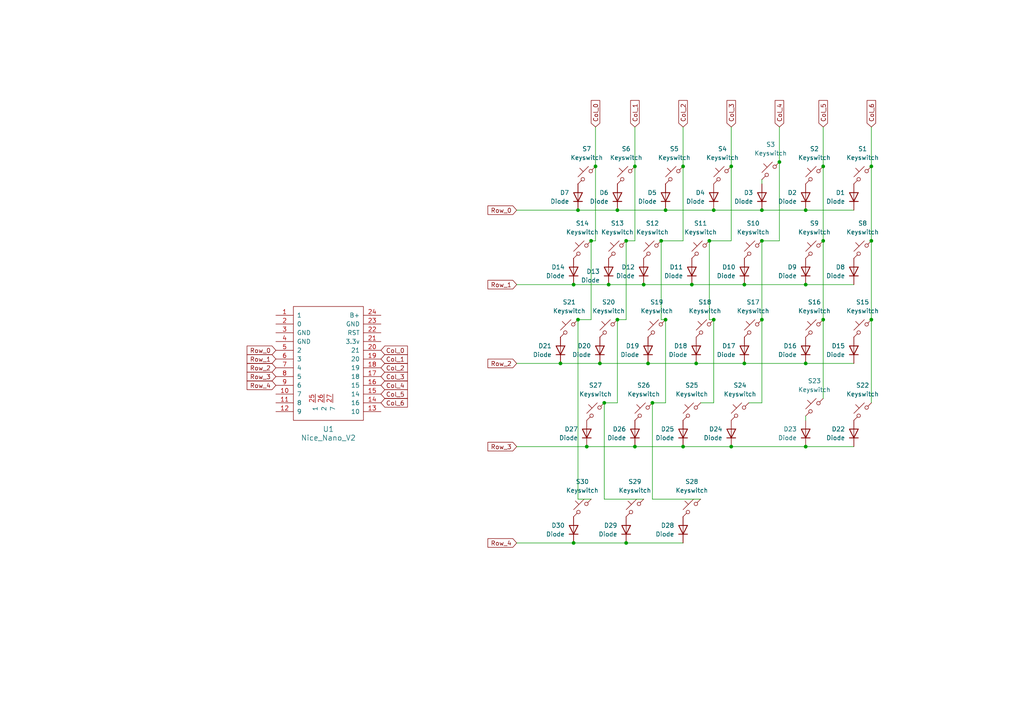
<source format=kicad_sch>
(kicad_sch (version 20250114) (generator "eeschema") (generator_version "9.0")
  (paper "A4")
  (lib_symbols
    (symbol "ScottoKeebs:MCU_Nice_Nano_V2" (pin_names (offset 1.016))
      (property "Reference" "U" (at 0 0 0))
      (property "Value" "Nice_Nano_V2" (at 0 -19.05 0))
      (symbol "MCU_Nice_Nano_V2_0_1"
        (rectangle (start -10.16 16.51) (end 10.16 -16.51))
      )
      (symbol "MCU_Nice_Nano_V2_1_1"
        (pin input line (at -15.24 13.97 0) (length 5.08) (name "1") (number "1"))
        (pin input line (at -15.24 11.43 0) (length 5.08) (name "0") (number "2"))
        (pin input line (at -15.24 8.89 0) (length 5.08) (name "GND") (number "3"))
        (pin input line (at -15.24 6.35 0) (length 5.08) (name "GND") (number "4"))
        (pin input line (at -15.24 3.81 0) (length 5.08) (name "2") (number "5"))
        (pin input line (at -15.24 1.27 0) (length 5.08) (name "3") (number "6"))
        (pin input line (at -15.24 -1.27 0) (length 5.08) (name "4") (number "7"))
        (pin input line (at -15.24 -3.81 0) (length 5.08) (name "5") (number "8"))
        (pin input line (at -15.24 -6.35 0) (length 5.08) (name "6") (number "9"))
        (pin input line (at -15.24 -8.89 0) (length 5.08) (name "7") (number "10"))
        (pin input line (at -15.24 -11.43 0) (length 5.08) (name "8") (number "11"))
        (pin input line (at -15.24 -13.97 0) (length 5.08) (name "9") (number "12"))
        (pin input line (at -3.81 -8.89 270) (length 2.5) (name "1") (number "25"))
        (pin input line (at -1.27 -8.89 270) (length 2.5) (name "2") (number "26"))
        (pin input line (at 1.27 -8.89 270) (length 2.5) (name "7") (number "27"))
        (pin input line (at 15.24 13.97 180) (length 5.08) (name "B+") (number "24"))
        (pin input line (at 15.24 11.43 180) (length 5.08) (name "GND") (number "23"))
        (pin input line (at 15.24 8.89 180) (length 5.08) (name "RST") (number "22"))
        (pin input line (at 15.24 6.35 180) (length 5.08) (name "3.3v") (number "21"))
        (pin input line (at 15.24 3.81 180) (length 5.08) (name "21") (number "20"))
        (pin input line (at 15.24 1.27 180) (length 5.08) (name "20") (number "19"))
        (pin input line (at 15.24 -1.27 180) (length 5.08) (name "19") (number "18"))
        (pin input line (at 15.24 -3.81 180) (length 5.08) (name "18") (number "17"))
        (pin input line (at 15.24 -6.35 180) (length 5.08) (name "15") (number "16"))
        (pin input line (at 15.24 -8.89 180) (length 5.08) (name "14") (number "15"))
        (pin input line (at 15.24 -11.43 180) (length 5.08) (name "16") (number "14"))
        (pin input line (at 15.24 -13.97 180) (length 5.08) (name "10") (number "13"))
      )
    )
    (symbol "ScottoKeebs:Placeholder_Diode" (pin_numbers (hide yes)) (pin_names (hide yes))
      (property "Reference" "D" (at 0 2.54 0))
      (property "Value" "Diode" (at 0 -2.54 0))
      (symbol "Placeholder_Diode_0_1"
        (polyline (pts (xy -1.27 1.27) (xy -1.27 -1.27)) (stroke (width 0.254)))
        (polyline (pts (xy 1.27 1.27) (xy 1.27 -1.27) (xy -1.27 0) (xy 1.27 1.27)) (stroke (width 0.254)))
        (polyline (pts (xy 1.27 0) (xy -1.27 0)))
      )
      (symbol "Placeholder_Diode_1_1"
        (pin passive line (at -3.81 0 0) (length 2.54) (name "K") (number "1"))
        (pin passive line (at 3.81 0 180) (length 2.54) (name "A") (number "2"))
      )
    )
    (symbol "ScottoKeebs:Placeholder_Keyswitch" (pin_numbers (hide yes)) (pin_names (offset 1.016) (hide yes))
      (property "Reference" "S" (at 3.048 1.016 0))
      (property "Value" "Keyswitch" (at 0 -3.81 0))
      (symbol "Placeholder_Keyswitch_0_1"
        (polyline (pts (xy -2.54 2.54) (xy -1.524 1.524) (xy -1.524 1.524)))
        (circle (center -1.1684 1.1684) (radius 0.508))
        (polyline (pts (xy -0.508 2.54) (xy 2.54 -0.508)))
        (polyline (pts (xy 1.016 1.016) (xy 2.032 2.032)))
        (circle (center 1.143 -1.1938) (radius 0.508))
        (polyline (pts (xy 1.524 -1.524) (xy 2.54 -2.54) (xy 2.54 -2.54) (xy 2.54 -2.54)))
        (pin passive line (at -2.54 2.54 0) (length 0) (name "1") (number "1"))
        (pin passive line (at 2.54 -2.54 180) (length 0) (name "2") (number "2"))
      )
    )
  )
  (junction (at 187.96 105.41))
  (junction (at 193.04 60.96))
  (junction (at 171.45 69.85))
  (junction (at 166.37 82.55))
  (junction (at 220.98 60.96))
  (junction (at 186.69 82.55))
  (junction (at 238.76 92.71))
  (junction (at 252.73 69.85))
  (junction (at 191.77 69.85))
  (junction (at 201.93 105.41))
  (junction (at 181.61 157.48))
  (junction (at 175.26 116.84))
  (junction (at 215.9 82.55))
  (junction (at 181.61 69.85))
  (junction (at 200.66 82.55))
  (junction (at 220.98 69.85))
  (junction (at 172.72 48.26))
  (junction (at 179.07 60.96))
  (junction (at 233.68 105.41))
  (junction (at 220.98 92.71))
  (junction (at 205.74 69.85))
  (junction (at 238.76 48.26))
  (junction (at 173.99 105.41))
  (junction (at 212.09 129.54))
  (junction (at 167.64 60.96))
  (junction (at 167.64 92.71))
  (junction (at 184.15 48.26))
  (junction (at 166.37 157.48))
  (junction (at 233.68 129.54))
  (junction (at 215.9 105.41))
  (junction (at 233.68 82.55))
  (junction (at 170.18 129.54))
  (junction (at 252.73 92.71))
  (junction (at 198.12 48.26))
  (junction (at 207.01 92.71))
  (junction (at 176.53 82.55))
  (junction (at 179.07 92.71))
  (junction (at 198.12 129.54))
  (junction (at 226.06 46.99))
  (junction (at 212.09 48.26))
  (junction (at 233.68 60.96))
  (junction (at 252.73 48.26))
  (junction (at 189.23 116.84))
  (junction (at 184.15 129.54))
  (junction (at 193.04 92.71))
  (junction (at 162.56 105.41))
  (junction (at 207.01 60.96))
  (junction (at 238.76 69.85))
  (wire (pts (xy 212.09 129.54) (xy 198.12 129.54)))
  (wire (pts (xy 167.64 144.78) (xy 171.45 144.78)))
  (wire (pts (xy 173.99 105.41) (xy 162.56 105.41)))
  (wire (pts (xy 167.64 92.71) (xy 167.64 144.78)))
  (wire (pts (xy 193.04 116.84) (xy 189.23 116.84)))
  (wire (pts (xy 233.68 121.92) (xy 233.68 120.65)))
  (wire (pts (xy 226.06 36.83) (xy 226.06 46.99)))
  (wire (pts (xy 193.04 60.96) (xy 179.07 60.96)))
  (wire (pts (xy 233.68 60.96) (xy 220.98 60.96)))
  (wire (pts (xy 184.15 48.26) (xy 184.15 69.85)))
  (wire (pts (xy 172.72 36.83) (xy 172.72 48.26)))
  (wire (pts (xy 198.12 129.54) (xy 184.15 129.54)))
  (wire (pts (xy 198.12 69.85) (xy 191.77 69.85)))
  (wire (pts (xy 162.56 105.41) (xy 149.86 105.41)))
  (wire (pts (xy 198.12 48.26) (xy 198.12 69.85)))
  (wire (pts (xy 184.15 129.54) (xy 170.18 129.54)))
  (wire (pts (xy 181.61 157.48) (xy 166.37 157.48)))
  (wire (pts (xy 179.07 116.84) (xy 175.26 116.84)))
  (wire (pts (xy 171.45 69.85) (xy 171.45 92.71)))
  (wire (pts (xy 247.65 129.54) (xy 233.68 129.54)))
  (wire (pts (xy 220.98 53.34) (xy 220.98 52.07)))
  (wire (pts (xy 205.74 69.85) (xy 205.74 92.71)))
  (wire (pts (xy 220.98 69.85) (xy 220.98 92.71)))
  (wire (pts (xy 193.04 92.71) (xy 193.04 116.84)))
  (wire (pts (xy 207.01 116.84) (xy 203.2 116.84)))
  (wire (pts (xy 215.9 82.55) (xy 200.66 82.55)))
  (wire (pts (xy 171.45 92.71) (xy 167.64 92.71)))
  (wire (pts (xy 191.77 92.71) (xy 193.04 92.71)))
  (wire (pts (xy 252.73 69.85) (xy 252.73 92.71)))
  (wire (pts (xy 175.26 116.84) (xy 175.26 144.78)))
  (wire (pts (xy 201.93 105.41) (xy 187.96 105.41)))
  (wire (pts (xy 220.98 116.84) (xy 217.17 116.84)))
  (wire (pts (xy 247.65 60.96) (xy 233.68 60.96)))
  (wire (pts (xy 220.98 92.71) (xy 220.98 116.84)))
  (wire (pts (xy 172.72 48.26) (xy 172.72 69.85)))
  (wire (pts (xy 212.09 48.26) (xy 212.09 69.85)))
  (wire (pts (xy 198.12 36.83) (xy 198.12 48.26)))
  (wire (pts (xy 212.09 69.85) (xy 205.74 69.85)))
  (wire (pts (xy 179.07 92.71) (xy 179.07 116.84)))
  (wire (pts (xy 233.68 82.55) (xy 215.9 82.55)))
  (wire (pts (xy 179.07 60.96) (xy 167.64 60.96)))
  (wire (pts (xy 170.18 129.54) (xy 149.86 129.54)))
  (wire (pts (xy 184.15 69.85) (xy 181.61 69.85)))
  (wire (pts (xy 238.76 48.26) (xy 238.76 69.85)))
  (wire (pts (xy 166.37 157.48) (xy 149.86 157.48)))
  (wire (pts (xy 189.23 116.84) (xy 189.23 144.78)))
  (wire (pts (xy 247.65 82.55) (xy 233.68 82.55)))
  (wire (pts (xy 172.72 69.85) (xy 171.45 69.85)))
  (wire (pts (xy 212.09 36.83) (xy 212.09 48.26)))
  (wire (pts (xy 191.77 69.85) (xy 191.77 92.71)))
  (wire (pts (xy 181.61 69.85) (xy 181.61 92.71)))
  (wire (pts (xy 207.01 60.96) (xy 193.04 60.96)))
  (wire (pts (xy 238.76 92.71) (xy 238.76 115.57)))
  (wire (pts (xy 184.15 36.83) (xy 184.15 48.26)))
  (wire (pts (xy 226.06 69.85) (xy 220.98 69.85)))
  (wire (pts (xy 238.76 36.83) (xy 238.76 48.26)))
  (wire (pts (xy 233.68 129.54) (xy 212.09 129.54)))
  (wire (pts (xy 207.01 92.71) (xy 207.01 116.84)))
  (wire (pts (xy 189.23 144.78) (xy 203.2 144.78)))
  (wire (pts (xy 233.68 105.41) (xy 215.9 105.41)))
  (wire (pts (xy 176.53 82.55) (xy 166.37 82.55)))
  (wire (pts (xy 187.96 105.41) (xy 173.99 105.41)))
  (wire (pts (xy 181.61 92.71) (xy 179.07 92.71)))
  (wire (pts (xy 205.74 92.71) (xy 207.01 92.71)))
  (wire (pts (xy 252.73 48.26) (xy 252.73 69.85)))
  (wire (pts (xy 238.76 69.85) (xy 238.76 92.71)))
  (wire (pts (xy 166.37 82.55) (xy 149.86 82.55)))
  (wire (pts (xy 200.66 82.55) (xy 186.69 82.55)))
  (wire (pts (xy 198.12 157.48) (xy 181.61 157.48)))
  (wire (pts (xy 215.9 105.41) (xy 201.93 105.41)))
  (wire (pts (xy 220.98 60.96) (xy 207.01 60.96)))
  (wire (pts (xy 175.26 144.78) (xy 186.69 144.78)))
  (wire (pts (xy 247.65 105.41) (xy 233.68 105.41)))
  (wire (pts (xy 167.64 60.96) (xy 149.86 60.96)))
  (wire (pts (xy 186.69 82.55) (xy 176.53 82.55)))
  (wire (pts (xy 252.73 36.83) (xy 252.73 48.26)))
  (wire (pts (xy 252.73 92.71) (xy 252.73 116.84)))
  (wire (pts (xy 226.06 46.99) (xy 226.06 69.85)))
  (global_label "Row_0" (shape input) (at 149.86 60.96 180) (property "Intersheetrefs" "${INTERSHEET_REFS}" (effects (hide yes))))
  (global_label "Col_3" (shape input) (at 110.49 109.22 0) (property "Intersheetrefs" "${INTERSHEET_REFS}" (effects (hide yes))))
  (global_label "Col_5" (shape input) (at 238.76 36.83 90) (property "Intersheetrefs" "${INTERSHEET_REFS}" (effects (hide yes))))
  (global_label "Col_6" (shape input) (at 252.73 36.83 90) (property "Intersheetrefs" "${INTERSHEET_REFS}" (effects (hide yes))))
  (global_label "Row_3" (shape input) (at 149.86 129.54 180) (property "Intersheetrefs" "${INTERSHEET_REFS}" (effects (hide yes))))
  (global_label "Col_2" (shape input) (at 198.12 36.83 90) (property "Intersheetrefs" "${INTERSHEET_REFS}" (effects (hide yes))))
  (global_label "Row_2" (shape input) (at 149.86 105.41 180) (property "Intersheetrefs" "${INTERSHEET_REFS}" (effects (hide yes))))
  (global_label "Row_4" (shape input) (at 80.01 111.76 180) (property "Intersheetrefs" "${INTERSHEET_REFS}" (effects (hide yes))))
  (global_label "Col_1" (shape input) (at 184.15 36.83 90) (property "Intersheetrefs" "${INTERSHEET_REFS}" (effects (hide yes))))
  (global_label "Col_2" (shape input) (at 110.49 106.68 0) (property "Intersheetrefs" "${INTERSHEET_REFS}" (effects (hide yes))))
  (global_label "Col_5" (shape input) (at 110.49 114.3 0) (property "Intersheetrefs" "${INTERSHEET_REFS}" (effects (hide yes))))
  (global_label "Row_4" (shape input) (at 149.86 157.48 180) (property "Intersheetrefs" "${INTERSHEET_REFS}" (effects (hide yes))))
  (global_label "Col_4" (shape input) (at 110.49 111.76 0) (property "Intersheetrefs" "${INTERSHEET_REFS}" (effects (hide yes))))
  (global_label "Col_4" (shape input) (at 226.06 36.83 90) (property "Intersheetrefs" "${INTERSHEET_REFS}" (effects (hide yes))))
  (global_label "Col_1" (shape input) (at 110.49 104.14 0) (property "Intersheetrefs" "${INTERSHEET_REFS}" (effects (hide yes))))
  (global_label "Row_1" (shape input) (at 149.86 82.55 180) (property "Intersheetrefs" "${INTERSHEET_REFS}" (effects (hide yes))))
  (global_label "Row_3" (shape input) (at 80.01 109.22 180) (property "Intersheetrefs" "${INTERSHEET_REFS}" (effects (hide yes))))
  (global_label "Row_0" (shape input) (at 80.01 101.6 180) (property "Intersheetrefs" "${INTERSHEET_REFS}" (effects (hide yes))))
  (global_label "Col_6" (shape input) (at 110.49 116.84 0) (property "Intersheetrefs" "${INTERSHEET_REFS}" (effects (hide yes))))
  (global_label "Col_3" (shape input) (at 212.09 36.83 90) (property "Intersheetrefs" "${INTERSHEET_REFS}" (effects (hide yes))))
  (global_label "Col_0" (shape input) (at 172.72 36.83 90) (property "Intersheetrefs" "${INTERSHEET_REFS}" (effects (hide yes))))
  (global_label "Row_2" (shape input) (at 80.01 106.68 180) (property "Intersheetrefs" "${INTERSHEET_REFS}" (effects (hide yes))))
  (global_label "Col_0" (shape input) (at 110.49 101.6 0) (property "Intersheetrefs" "${INTERSHEET_REFS}" (effects (hide yes))))
  (global_label "Row_1" (shape input) (at 80.01 104.14 180) (property "Intersheetrefs" "${INTERSHEET_REFS}" (effects (hide yes))))
  (symbol (lib_id "ScottoKeebs:Placeholder_Keyswitch") (at 181.61 50.8 0) (mirror y) (unit 1)
    (property "Reference" "S6" (at 181.61 43.18 0))
    (property "Value" "Keyswitch" (at 181.61 45.72 0))
    (property "Footprint" "ScottoKeebs_Choc:Choc_V2" (effects (hide yes)))
    (property "Description" "Push button switch, normally open, two pins, 45° tilted" (effects (hide yes)))
  )
  (symbol (lib_id "ScottoKeebs:Placeholder_Keyswitch") (at 186.69 119.38 0) (mirror y) (unit 1)
    (property "Reference" "S26" (at 186.69 111.76 0))
    (property "Value" "Keyswitch" (at 186.69 114.3 0))
    (property "Footprint" "ScottoKeebs_Choc:Choc_V2" (effects (hide yes)))
    (property "Description" "Push button switch, normally open, two pins, 45° tilted" (effects (hide yes)))
  )
  (symbol (lib_id "ScottoKeebs:Placeholder_Diode") (at 215.9 78.74 270) (mirror x) (unit 1)
    (property "Reference" "D10" (at 213.36 77.4699 90) (effects (justify right)))
    (property "Value" "Diode" (at 213.36 80.0099 90) (effects (justify right)))
    (property "Footprint" "Diode_SMD:D_SOD-123" (effects (hide yes)))
    (property "Description" "1N4148 (DO-35) or 1N4148W (SOD-123)" (effects (hide yes)))
    (property "Sim.Device" "D" (effects (hide yes)))
    (property "Sim.Pins" "1=K 2=A" (effects (hide yes)))
  )
  (symbol (lib_id "ScottoKeebs:Placeholder_Keyswitch") (at 250.19 72.39 0) (mirror y) (unit 1)
    (property "Reference" "S8" (at 250.19 64.77 0))
    (property "Value" "Keyswitch" (at 250.19 67.31 0))
    (property "Footprint" "ScottoKeebs_Choc:Choc_V2" (effects (hide yes)))
    (property "Description" "Push button switch, normally open, two pins, 45° tilted" (effects (hide yes)))
  )
  (symbol (lib_id "ScottoKeebs:Placeholder_Keyswitch") (at 200.66 119.38 0) (mirror y) (unit 1)
    (property "Reference" "S25" (at 200.66 111.76 0))
    (property "Value" "Keyswitch" (at 200.66 114.3 0))
    (property "Footprint" "ScottoKeebs_Choc:Choc_V2" (effects (hide yes)))
    (property "Description" "Push button switch, normally open, two pins, 45° tilted" (effects (hide yes)))
  )
  (symbol (lib_id "ScottoKeebs:Placeholder_Keyswitch") (at 172.72 119.38 0) (mirror y) (unit 1)
    (property "Reference" "S27" (at 172.72 111.76 0))
    (property "Value" "Keyswitch" (at 172.72 114.3 0))
    (property "Footprint" "ScottoKeebs_Choc:Choc_V2" (effects (hide yes)))
    (property "Description" "Push button switch, normally open, two pins, 45° tilted" (effects (hide yes)))
  )
  (symbol (lib_id "ScottoKeebs:Placeholder_Keyswitch") (at 250.19 119.38 0) (mirror y) (unit 1)
    (property "Reference" "S22" (at 250.19 111.76 0))
    (property "Value" "Keyswitch" (at 250.19 114.3 0))
    (property "Footprint" "ScottoKeebs_Choc:Choc_V2" (effects (hide yes)))
    (property "Description" "Push button switch, normally open, two pins, 45° tilted" (effects (hide yes)))
  )
  (symbol (lib_id "ScottoKeebs:Placeholder_Diode") (at 201.93 101.6 270) (mirror x) (unit 1)
    (property "Reference" "D18" (at 199.39 100.3299 90) (effects (justify right)))
    (property "Value" "Diode" (at 199.39 102.8699 90) (effects (justify right)))
    (property "Footprint" "Diode_SMD:D_SOD-123" (effects (hide yes)))
    (property "Description" "1N4148 (DO-35) or 1N4148W (SOD-123)" (effects (hide yes)))
    (property "Sim.Device" "D" (effects (hide yes)))
    (property "Sim.Pins" "1=K 2=A" (effects (hide yes)))
  )
  (symbol (lib_id "ScottoKeebs:Placeholder_Keyswitch") (at 176.53 95.25 0) (mirror y) (unit 1)
    (property "Reference" "S20" (at 176.53 87.63 0))
    (property "Value" "Keyswitch" (at 176.53 90.17 0))
    (property "Footprint" "ScottoKeebs_Choc:Choc_V2" (effects (hide yes)))
    (property "Description" "Push button switch, normally open, two pins, 45° tilted" (effects (hide yes)))
  )
  (symbol (lib_id "ScottoKeebs:Placeholder_Keyswitch") (at 236.22 95.25 0) (mirror y) (unit 1)
    (property "Reference" "S16" (at 236.22 87.63 0))
    (property "Value" "Keyswitch" (at 236.22 90.17 0))
    (property "Footprint" "ScottoKeebs_Choc:Choc_V2" (effects (hide yes)))
    (property "Description" "Push button switch, normally open, two pins, 45° tilted" (effects (hide yes)))
  )
  (symbol (lib_id "ScottoKeebs:Placeholder_Keyswitch") (at 200.66 147.32 0) (mirror y) (unit 1)
    (property "Reference" "S28" (at 200.66 139.7 0))
    (property "Value" "Keyswitch" (at 200.66 142.24 0))
    (property "Footprint" "ScottoKeebs_Choc:Choc_V2" (effects (hide yes)))
    (property "Description" "Push button switch, normally open, two pins, 45° tilted" (effects (hide yes)))
  )
  (symbol (lib_id "ScottoKeebs:Placeholder_Diode") (at 200.66 78.74 270) (mirror x) (unit 1)
    (property "Reference" "D11" (at 198.12 77.4699 90) (effects (justify right)))
    (property "Value" "Diode" (at 198.12 80.0099 90) (effects (justify right)))
    (property "Footprint" "Diode_SMD:D_SOD-123" (effects (hide yes)))
    (property "Description" "1N4148 (DO-35) or 1N4148W (SOD-123)" (effects (hide yes)))
    (property "Sim.Device" "D" (effects (hide yes)))
    (property "Sim.Pins" "1=K 2=A" (effects (hide yes)))
  )
  (symbol (lib_id "ScottoKeebs:Placeholder_Keyswitch") (at 203.2 72.39 0) (mirror y) (unit 1)
    (property "Reference" "S11" (at 203.2 64.77 0))
    (property "Value" "Keyswitch" (at 203.2 67.31 0))
    (property "Footprint" "ScottoKeebs_Choc:Choc_V2" (effects (hide yes)))
    (property "Description" "Push button switch, normally open, two pins, 45° tilted" (effects (hide yes)))
  )
  (symbol (lib_id "ScottoKeebs:Placeholder_Diode") (at 220.98 57.15 270) (mirror x) (unit 1)
    (property "Reference" "D3" (at 218.44 55.8799 90) (effects (justify right)))
    (property "Value" "Diode" (at 218.44 58.4199 90) (effects (justify right)))
    (property "Footprint" "Diode_SMD:D_SOD-123" (effects (hide yes)))
    (property "Description" "1N4148 (DO-35) or 1N4148W (SOD-123)" (effects (hide yes)))
    (property "Sim.Device" "D" (effects (hide yes)))
    (property "Sim.Pins" "1=K 2=A" (effects (hide yes)))
  )
  (symbol (lib_id "ScottoKeebs:Placeholder_Keyswitch") (at 204.47 95.25 0) (mirror y) (unit 1)
    (property "Reference" "S18" (at 204.47 87.63 0))
    (property "Value" "Keyswitch" (at 204.47 90.17 0))
    (property "Footprint" "ScottoKeebs_Choc:Choc_V2" (effects (hide yes)))
    (property "Description" "Push button switch, normally open, two pins, 45° tilted" (effects (hide yes)))
  )
  (symbol (lib_id "ScottoKeebs:Placeholder_Keyswitch") (at 236.22 50.8 0) (mirror y) (unit 1)
    (property "Reference" "S2" (at 236.22 43.18 0))
    (property "Value" "Keyswitch" (at 236.22 45.72 0))
    (property "Footprint" "ScottoKeebs_Choc:Choc_V2" (effects (hide yes)))
    (property "Description" "Push button switch, normally open, two pins, 45° tilted" (effects (hide yes)))
  )
  (symbol (lib_id "ScottoKeebs:Placeholder_Keyswitch") (at 195.58 50.8 0) (mirror y) (unit 1)
    (property "Reference" "S5" (at 195.58 43.18 0))
    (property "Value" "Keyswitch" (at 195.58 45.72 0))
    (property "Footprint" "ScottoKeebs_Choc:Choc_V2" (effects (hide yes)))
    (property "Description" "Push button switch, normally open, two pins, 45° tilted" (effects (hide yes)))
  )
  (symbol (lib_id "ScottoKeebs:Placeholder_Keyswitch") (at 168.91 72.39 0) (mirror y) (unit 1)
    (property "Reference" "S14" (at 168.91 64.77 0))
    (property "Value" "Keyswitch" (at 168.91 67.31 0))
    (property "Footprint" "ScottoKeebs_Choc:Choc_V2" (effects (hide yes)))
    (property "Description" "Push button switch, normally open, two pins, 45° tilted" (effects (hide yes)))
  )
  (symbol (lib_id "ScottoKeebs:Placeholder_Diode") (at 181.61 153.67 270) (mirror x) (unit 1)
    (property "Reference" "D29" (at 179.07 152.3999 90) (effects (justify right)))
    (property "Value" "Diode" (at 179.07 154.9399 90) (effects (justify right)))
    (property "Footprint" "Diode_SMD:D_SOD-123" (effects (hide yes)))
    (property "Description" "1N4148 (DO-35) or 1N4148W (SOD-123)" (effects (hide yes)))
    (property "Sim.Device" "D" (effects (hide yes)))
    (property "Sim.Pins" "1=K 2=A" (effects (hide yes)))
  )
  (symbol (lib_id "ScottoKeebs:Placeholder_Keyswitch") (at 170.18 50.8 0) (mirror y) (unit 1)
    (property "Reference" "S7" (at 170.18 43.18 0))
    (property "Value" "Keyswitch" (at 170.18 45.72 0))
    (property "Footprint" "ScottoKeebs_Choc:Choc_V2" (effects (hide yes)))
    (property "Description" "Push button switch, normally open, two pins, 45° tilted" (effects (hide yes)))
  )
  (symbol (lib_id "ScottoKeebs:Placeholder_Diode") (at 179.07 57.15 270) (mirror x) (unit 1)
    (property "Reference" "D6" (at 176.53 55.8799 90) (effects (justify right)))
    (property "Value" "Diode" (at 176.53 58.4199 90) (effects (justify right)))
    (property "Footprint" "Diode_SMD:D_SOD-123" (effects (hide yes)))
    (property "Description" "1N4148 (DO-35) or 1N4148W (SOD-123)" (effects (hide yes)))
    (property "Sim.Device" "D" (effects (hide yes)))
    (property "Sim.Pins" "1=K 2=A" (effects (hide yes)))
  )
  (symbol (lib_id "ScottoKeebs:Placeholder_Keyswitch") (at 218.44 72.39 0) (mirror y) (unit 1)
    (property "Reference" "S10" (at 218.44 64.77 0))
    (property "Value" "Keyswitch" (at 218.44 67.31 0))
    (property "Footprint" "ScottoKeebs_Choc:Choc_V2" (effects (hide yes)))
    (property "Description" "Push button switch, normally open, two pins, 45° tilted" (effects (hide yes)))
  )
  (symbol (lib_id "ScottoKeebs:Placeholder_Diode") (at 162.56 101.6 270) (mirror x) (unit 1)
    (property "Reference" "D21" (at 160.02 100.3299 90) (effects (justify right)))
    (property "Value" "Diode" (at 160.02 102.8699 90) (effects (justify right)))
    (property "Footprint" "Diode_SMD:D_SOD-123" (effects (hide yes)))
    (property "Description" "1N4148 (DO-35) or 1N4148W (SOD-123)" (effects (hide yes)))
    (property "Sim.Device" "D" (effects (hide yes)))
    (property "Sim.Pins" "1=K 2=A" (effects (hide yes)))
  )
  (symbol (lib_id "ScottoKeebs:Placeholder_Keyswitch") (at 189.23 72.39 0) (mirror y) (unit 1)
    (property "Reference" "S12" (at 189.23 64.77 0))
    (property "Value" "Keyswitch" (at 189.23 67.31 0))
    (property "Footprint" "ScottoKeebs_Choc:Choc_V2" (effects (hide yes)))
    (property "Description" "Push button switch, normally open, two pins, 45° tilted" (effects (hide yes)))
  )
  (symbol (lib_id "ScottoKeebs:Placeholder_Keyswitch") (at 190.5 95.25 0) (mirror y) (unit 1)
    (property "Reference" "S19" (at 190.5 87.63 0))
    (property "Value" "Keyswitch" (at 190.5 90.17 0))
    (property "Footprint" "ScottoKeebs_Choc:Choc_V2" (effects (hide yes)))
    (property "Description" "Push button switch, normally open, two pins, 45° tilted" (effects (hide yes)))
  )
  (symbol (lib_id "ScottoKeebs:Placeholder_Diode") (at 207.01 57.15 270) (mirror x) (unit 1)
    (property "Reference" "D4" (at 204.47 55.8799 90) (effects (justify right)))
    (property "Value" "Diode" (at 204.47 58.4199 90) (effects (justify right)))
    (property "Footprint" "Diode_SMD:D_SOD-123" (effects (hide yes)))
    (property "Description" "1N4148 (DO-35) or 1N4148W (SOD-123)" (effects (hide yes)))
    (property "Sim.Device" "D" (effects (hide yes)))
    (property "Sim.Pins" "1=K 2=A" (effects (hide yes)))
  )
  (symbol (lib_id "ScottoKeebs:Placeholder_Keyswitch") (at 223.52 49.53 0) (mirror y) (unit 1)
    (property "Reference" "S3" (at 223.52 41.91 0))
    (property "Value" "Keyswitch" (at 223.52 44.45 0))
    (property "Footprint" "ScottoKeebs_Choc:Choc_V2" (effects (hide yes)))
    (property "Description" "Push button switch, normally open, two pins, 45° tilted" (effects (hide yes)))
  )
  (symbol (lib_id "ScottoKeebs:Placeholder_Diode") (at 233.68 57.15 270) (mirror x) (unit 1)
    (property "Reference" "D2" (at 231.14 55.8799 90) (effects (justify right)))
    (property "Value" "Diode" (at 231.14 58.4199 90) (effects (justify right)))
    (property "Footprint" "Diode_SMD:D_SOD-123" (effects (hide yes)))
    (property "Description" "1N4148 (DO-35) or 1N4148W (SOD-123)" (effects (hide yes)))
    (property "Sim.Device" "D" (effects (hide yes)))
    (property "Sim.Pins" "1=K 2=A" (effects (hide yes)))
  )
  (symbol (lib_id "ScottoKeebs:Placeholder_Keyswitch") (at 209.55 50.8 0) (mirror y) (unit 1)
    (property "Reference" "S4" (at 209.55 43.18 0))
    (property "Value" "Keyswitch" (at 209.55 45.72 0))
    (property "Footprint" "ScottoKeebs_Choc:Choc_V2" (effects (hide yes)))
    (property "Description" "Push button switch, normally open, two pins, 45° tilted" (effects (hide yes)))
  )
  (symbol (lib_id "ScottoKeebs:Placeholder_Keyswitch") (at 214.63 119.38 0) (mirror y) (unit 1)
    (property "Reference" "S24" (at 214.63 111.76 0))
    (property "Value" "Keyswitch" (at 214.63 114.3 0))
    (property "Footprint" "ScottoKeebs_Choc:Choc_V2" (effects (hide yes)))
    (property "Description" "Push button switch, normally open, two pins, 45° tilted" (effects (hide yes)))
  )
  (symbol (lib_id "ScottoKeebs:Placeholder_Keyswitch") (at 218.44 95.25 0) (mirror y) (unit 1)
    (property "Reference" "S17" (at 218.44 87.63 0))
    (property "Value" "Keyswitch" (at 218.44 90.17 0))
    (property "Footprint" "ScottoKeebs_Choc:Choc_V2" (effects (hide yes)))
    (property "Description" "Push button switch, normally open, two pins, 45° tilted" (effects (hide yes)))
  )
  (symbol (lib_id "ScottoKeebs:Placeholder_Diode") (at 193.04 57.15 270) (mirror x) (unit 1)
    (property "Reference" "D5" (at 190.5 55.8799 90) (effects (justify right)))
    (property "Value" "Diode" (at 190.5 58.4199 90) (effects (justify right)))
    (property "Footprint" "Diode_SMD:D_SOD-123" (effects (hide yes)))
    (property "Description" "1N4148 (DO-35) or 1N4148W (SOD-123)" (effects (hide yes)))
    (property "Sim.Device" "D" (effects (hide yes)))
    (property "Sim.Pins" "1=K 2=A" (effects (hide yes)))
  )
  (symbol (lib_id "ScottoKeebs:Placeholder_Diode") (at 166.37 78.74 270) (mirror x) (unit 1)
    (property "Reference" "D14" (at 163.83 77.4699 90) (effects (justify right)))
    (property "Value" "Diode" (at 163.83 80.0099 90) (effects (justify right)))
    (property "Footprint" "Diode_SMD:D_SOD-123" (effects (hide yes)))
    (property "Description" "1N4148 (DO-35) or 1N4148W (SOD-123)" (effects (hide yes)))
    (property "Sim.Device" "D" (effects (hide yes)))
    (property "Sim.Pins" "1=K 2=A" (effects (hide yes)))
  )
  (symbol (lib_id "ScottoKeebs:Placeholder_Diode") (at 247.65 78.74 270) (mirror x) (unit 1)
    (property "Reference" "D8" (at 245.11 77.4699 90) (effects (justify right)))
    (property "Value" "Diode" (at 245.11 80.0099 90) (effects (justify right)))
    (property "Footprint" "Diode_SMD:D_SOD-123" (effects (hide yes)))
    (property "Description" "1N4148 (DO-35) or 1N4148W (SOD-123)" (effects (hide yes)))
    (property "Sim.Device" "D" (effects (hide yes)))
    (property "Sim.Pins" "1=K 2=A" (effects (hide yes)))
  )
  (symbol (lib_id "ScottoKeebs:Placeholder_Diode") (at 212.09 125.73 270) (mirror x) (unit 1)
    (property "Reference" "D24" (at 209.55 124.4599 90) (effects (justify right)))
    (property "Value" "Diode" (at 209.55 126.9999 90) (effects (justify right)))
    (property "Footprint" "Diode_SMD:D_SOD-123" (effects (hide yes)))
    (property "Description" "1N4148 (DO-35) or 1N4148W (SOD-123)" (effects (hide yes)))
    (property "Sim.Device" "D" (effects (hide yes)))
    (property "Sim.Pins" "1=K 2=A" (effects (hide yes)))
  )
  (symbol (lib_id "ScottoKeebs:Placeholder_Diode") (at 233.68 125.73 270) (mirror x) (unit 1)
    (property "Reference" "D23" (at 231.14 124.4599 90) (effects (justify right)))
    (property "Value" "Diode" (at 231.14 126.9999 90) (effects (justify right)))
    (property "Footprint" "Diode_SMD:D_SOD-123" (effects (hide yes)))
    (property "Description" "1N4148 (DO-35) or 1N4148W (SOD-123)" (effects (hide yes)))
    (property "Sim.Device" "D" (effects (hide yes)))
    (property "Sim.Pins" "1=K 2=A" (effects (hide yes)))
  )
  (symbol (lib_id "ScottoKeebs:Placeholder_Diode") (at 247.65 57.15 270) (mirror x) (unit 1)
    (property "Reference" "D1" (at 245.11 55.8799 90) (effects (justify right)))
    (property "Value" "Diode" (at 245.11 58.4199 90) (effects (justify right)))
    (property "Footprint" "Diode_SMD:D_SOD-123" (effects (hide yes)))
    (property "Description" "1N4148 (DO-35) or 1N4148W (SOD-123)" (effects (hide yes)))
    (property "Sim.Device" "D" (effects (hide yes)))
    (property "Sim.Pins" "1=K 2=A" (effects (hide yes)))
  )
  (symbol (lib_id "ScottoKeebs:Placeholder_Keyswitch") (at 179.07 72.39 0) (mirror y) (unit 1)
    (property "Reference" "S13" (at 179.07 64.77 0))
    (property "Value" "Keyswitch" (at 179.07 67.31 0))
    (property "Footprint" "ScottoKeebs_Choc:Choc_V2" (effects (hide yes)))
    (property "Description" "Push button switch, normally open, two pins, 45° tilted" (effects (hide yes)))
  )
  (symbol (lib_id "ScottoKeebs:Placeholder_Diode") (at 233.68 78.74 270) (mirror x) (unit 1)
    (property "Reference" "D9" (at 231.14 77.4699 90) (effects (justify right)))
    (property "Value" "Diode" (at 231.14 80.0099 90) (effects (justify right)))
    (property "Footprint" "Diode_SMD:D_SOD-123" (effects (hide yes)))
    (property "Description" "1N4148 (DO-35) or 1N4148W (SOD-123)" (effects (hide yes)))
    (property "Sim.Device" "D" (effects (hide yes)))
    (property "Sim.Pins" "1=K 2=A" (effects (hide yes)))
  )
  (symbol (lib_id "ScottoKeebs:Placeholder_Keyswitch") (at 168.91 147.32 0) (mirror y) (unit 1)
    (property "Reference" "S30" (at 168.91 139.7 0))
    (property "Value" "Keyswitch" (at 168.91 142.24 0))
    (property "Footprint" "ScottoKeebs_Choc:Choc_V2" (effects (hide yes)))
    (property "Description" "Push button switch, normally open, two pins, 45° tilted" (effects (hide yes)))
  )
  (symbol (lib_id "ScottoKeebs:Placeholder_Diode") (at 186.69 78.74 270) (mirror x) (unit 1)
    (property "Reference" "D12" (at 184.15 77.4699 90) (effects (justify right)))
    (property "Value" "Diode" (at 184.15 80.0099 90) (effects (justify right)))
    (property "Footprint" "Diode_SMD:D_SOD-123" (effects (hide yes)))
    (property "Description" "1N4148 (DO-35) or 1N4148W (SOD-123)" (effects (hide yes)))
    (property "Sim.Device" "D" (effects (hide yes)))
    (property "Sim.Pins" "1=K 2=A" (effects (hide yes)))
  )
  (symbol (lib_id "ScottoKeebs:Placeholder_Diode") (at 184.15 125.73 270) (mirror x) (unit 1)
    (property "Reference" "D26" (at 181.61 124.4599 90) (effects (justify right)))
    (property "Value" "Diode" (at 181.61 126.9999 90) (effects (justify right)))
    (property "Footprint" "Diode_SMD:D_SOD-123" (effects (hide yes)))
    (property "Description" "1N4148 (DO-35) or 1N4148W (SOD-123)" (effects (hide yes)))
    (property "Sim.Device" "D" (effects (hide yes)))
    (property "Sim.Pins" "1=K 2=A" (effects (hide yes)))
  )
  (symbol (lib_id "ScottoKeebs:Placeholder_Keyswitch") (at 250.19 95.25 0) (mirror y) (unit 1)
    (property "Reference" "S15" (at 250.19 87.63 0))
    (property "Value" "Keyswitch" (at 250.19 90.17 0))
    (property "Footprint" "ScottoKeebs_Choc:Choc_V2" (effects (hide yes)))
    (property "Description" "Push button switch, normally open, two pins, 45° tilted" (effects (hide yes)))
  )
  (symbol (lib_id "ScottoKeebs:Placeholder_Diode") (at 247.65 125.73 270) (mirror x) (unit 1)
    (property "Reference" "D22" (at 245.11 124.4599 90) (effects (justify right)))
    (property "Value" "Diode" (at 245.11 126.9999 90) (effects (justify right)))
    (property "Footprint" "Diode_SMD:D_SOD-123" (effects (hide yes)))
    (property "Description" "1N4148 (DO-35) or 1N4148W (SOD-123)" (effects (hide yes)))
    (property "Sim.Device" "D" (effects (hide yes)))
    (property "Sim.Pins" "1=K 2=A" (effects (hide yes)))
  )
  (symbol (lib_id "ScottoKeebs:Placeholder_Diode") (at 233.68 101.6 270) (mirror x) (unit 1)
    (property "Reference" "D16" (at 231.14 100.3299 90) (effects (justify right)))
    (property "Value" "Diode" (at 231.14 102.8699 90) (effects (justify right)))
    (property "Footprint" "Diode_SMD:D_SOD-123" (effects (hide yes)))
    (property "Description" "1N4148 (DO-35) or 1N4148W (SOD-123)" (effects (hide yes)))
    (property "Sim.Device" "D" (effects (hide yes)))
    (property "Sim.Pins" "1=K 2=A" (effects (hide yes)))
  )
  (symbol (lib_id "ScottoKeebs:Placeholder_Diode") (at 247.65 101.6 270) (mirror x) (unit 1)
    (property "Reference" "D15" (at 245.11 100.3299 90) (effects (justify right)))
    (property "Value" "Diode" (at 245.11 102.8699 90) (effects (justify right)))
    (property "Footprint" "Diode_SMD:D_SOD-123" (effects (hide yes)))
    (property "Description" "1N4148 (DO-35) or 1N4148W (SOD-123)" (effects (hide yes)))
    (property "Sim.Device" "D" (effects (hide yes)))
    (property "Sim.Pins" "1=K 2=A" (effects (hide yes)))
  )
  (symbol (lib_id "ScottoKeebs:Placeholder_Diode") (at 187.96 101.6 270) (mirror x) (unit 1)
    (property "Reference" "D19" (at 185.42 100.3299 90) (effects (justify right)))
    (property "Value" "Diode" (at 185.42 102.8699 90) (effects (justify right)))
    (property "Footprint" "Diode_SMD:D_SOD-123" (effects (hide yes)))
    (property "Description" "1N4148 (DO-35) or 1N4148W (SOD-123)" (effects (hide yes)))
    (property "Sim.Device" "D" (effects (hide yes)))
    (property "Sim.Pins" "1=K 2=A" (effects (hide yes)))
  )
  (symbol (lib_id "ScottoKeebs:Placeholder_Diode") (at 170.18 125.73 270) (mirror x) (unit 1)
    (property "Reference" "D27" (at 167.64 124.4599 90) (effects (justify right)))
    (property "Value" "Diode" (at 167.64 126.9999 90) (effects (justify right)))
    (property "Footprint" "Diode_SMD:D_SOD-123" (effects (hide yes)))
    (property "Description" "1N4148 (DO-35) or 1N4148W (SOD-123)" (effects (hide yes)))
    (property "Sim.Device" "D" (effects (hide yes)))
    (property "Sim.Pins" "1=K 2=A" (effects (hide yes)))
  )
  (symbol (lib_id "ScottoKeebs:Placeholder_Keyswitch") (at 250.19 50.8 0) (mirror y) (unit 1)
    (property "Reference" "S1" (at 250.19 43.18 0))
    (property "Value" "Keyswitch" (at 250.19 45.72 0))
    (property "Footprint" "ScottoKeebs_Choc:Choc_V2" (effects (hide yes)))
    (property "Description" "Push button switch, normally open, two pins, 45° tilted" (effects (hide yes)))
  )
  (symbol (lib_id "ScottoKeebs:Placeholder_Diode") (at 173.99 101.6 270) (mirror x) (unit 1)
    (property "Reference" "D20" (at 171.45 100.3299 90) (effects (justify right)))
    (property "Value" "Diode" (at 171.45 102.8699 90) (effects (justify right)))
    (property "Footprint" "Diode_SMD:D_SOD-123" (effects (hide yes)))
    (property "Description" "1N4148 (DO-35) or 1N4148W (SOD-123)" (effects (hide yes)))
    (property "Sim.Device" "D" (effects (hide yes)))
    (property "Sim.Pins" "1=K 2=A" (effects (hide yes)))
  )
  (symbol (lib_id "ScottoKeebs:Placeholder_Diode") (at 176.53 78.74 270) (mirror x) (unit 1)
    (property "Reference" "D13" (at 173.99 78.7399 90) (effects (justify right)))
    (property "Value" "Diode" (at 173.99 81.2799 90) (effects (justify right)))
    (property "Footprint" "Diode_SMD:D_SOD-123" (effects (hide yes)))
    (property "Description" "1N4148 (DO-35) or 1N4148W (SOD-123)" (effects (hide yes)))
    (property "Sim.Device" "D" (effects (hide yes)))
    (property "Sim.Pins" "1=K 2=A" (effects (hide yes)))
  )
  (symbol (lib_id "ScottoKeebs:Placeholder_Keyswitch") (at 236.22 118.11 0) (mirror y) (unit 1)
    (property "Reference" "S23" (at 236.22 110.49 0))
    (property "Value" "Keyswitch" (at 236.22 113.03 0))
    (property "Footprint" "ScottoKeebs_Choc:Choc_V2" (effects (hide yes)))
    (property "Description" "Push button switch, normally open, two pins, 45° tilted" (effects (hide yes)))
  )
  (symbol (lib_id "ScottoKeebs:Placeholder_Diode") (at 166.37 153.67 270) (mirror x) (unit 1)
    (property "Reference" "D30" (at 163.83 152.3999 90) (effects (justify right)))
    (property "Value" "Diode" (at 163.83 154.9399 90) (effects (justify right)))
    (property "Footprint" "Diode_SMD:D_SOD-123" (effects (hide yes)))
    (property "Description" "1N4148 (DO-35) or 1N4148W (SOD-123)" (effects (hide yes)))
    (property "Sim.Device" "D" (effects (hide yes)))
    (property "Sim.Pins" "1=K 2=A" (effects (hide yes)))
  )
  (symbol (lib_id "ScottoKeebs:Placeholder_Diode") (at 198.12 153.67 270) (mirror x) (unit 1)
    (property "Reference" "D28" (at 195.58 152.3999 90) (effects (justify right)))
    (property "Value" "Diode" (at 195.58 154.9399 90) (effects (justify right)))
    (property "Footprint" "Diode_SMD:D_SOD-123" (effects (hide yes)))
    (property "Description" "1N4148 (DO-35) or 1N4148W (SOD-123)" (effects (hide yes)))
    (property "Sim.Device" "D" (effects (hide yes)))
    (property "Sim.Pins" "1=K 2=A" (effects (hide yes)))
  )
  (symbol (lib_id "ScottoKeebs:Placeholder_Keyswitch") (at 165.1 95.25 0) (mirror y) (unit 1)
    (property "Reference" "S21" (at 165.1 87.63 0))
    (property "Value" "Keyswitch" (at 165.1 90.17 0))
    (property "Footprint" "ScottoKeebs_Choc:Choc_V2" (effects (hide yes)))
    (property "Description" "Push button switch, normally open, two pins, 45° tilted" (effects (hide yes)))
  )
  (symbol (lib_id "ScottoKeebs:Placeholder_Keyswitch") (at 236.22 72.39 0) (mirror y) (unit 1)
    (property "Reference" "S9" (at 236.22 64.77 0))
    (property "Value" "Keyswitch" (at 236.22 67.31 0))
    (property "Footprint" "ScottoKeebs_Choc:Choc_V2" (effects (hide yes)))
    (property "Description" "Push button switch, normally open, two pins, 45° tilted" (effects (hide yes)))
  )
  (symbol (lib_id "ScottoKeebs:Placeholder_Diode") (at 167.64 57.15 270) (mirror x) (unit 1)
    (property "Reference" "D7" (at 165.1 55.8799 90) (effects (justify right)))
    (property "Value" "Diode" (at 165.1 58.4199 90) (effects (justify right)))
    (property "Footprint" "Diode_SMD:D_SOD-123" (effects (hide yes)))
    (property "Description" "1N4148 (DO-35) or 1N4148W (SOD-123)" (effects (hide yes)))
    (property "Sim.Device" "D" (effects (hide yes)))
    (property "Sim.Pins" "1=K 2=A" (effects (hide yes)))
  )
  (symbol (lib_id "ScottoKeebs:Placeholder_Keyswitch") (at 184.15 147.32 0) (mirror y) (unit 1)
    (property "Reference" "S29" (at 184.15 139.7 0))
    (property "Value" "Keyswitch" (at 184.15 142.24 0))
    (property "Footprint" "ScottoKeebs_Choc:Choc_V2" (effects (hide yes)))
    (property "Description" "Push button switch, normally open, two pins, 45° tilted" (effects (hide yes)))
  )
  (symbol (lib_id "ScottoKeebs:Placeholder_Diode") (at 215.9 101.6 270) (mirror x) (unit 1)
    (property "Reference" "D17" (at 213.36 100.33 90) (effects (justify right)))
    (property "Value" "Diode" (at 213.36 102.8699 90) (effects (justify right)))
    (property "Footprint" "Diode_SMD:D_SOD-123" (effects (hide yes)))
    (property "Description" "1N4148 (DO-35) or 1N4148W (SOD-123)" (effects (hide yes)))
    (property "Sim.Device" "D" (effects (hide yes)))
    (property "Sim.Pins" "1=K 2=A" (effects (hide yes)))
  )
  (symbol (lib_id "ScottoKeebs:MCU_Nice_Nano_V2") (at 95.25 105.41 0) (unit 1)
    (property "Reference" "U1" (at 95.25 124.46 0) (effects (font (size 1.524 1.524))))
    (property "Value" "Nice_Nano_V2" (at 95.25 127 0) (effects (font (size 1.524 1.524))))
    (property "Footprint" "ScottoKeebs_MCU:Nice_Nano_V2" (effects (hide yes)))
  )
  (symbol (lib_id "ScottoKeebs:Placeholder_Diode") (at 198.12 125.73 270) (mirror x) (unit 1)
    (property "Reference" "D25" (at 195.58 124.4599 90) (effects (justify right)))
    (property "Value" "Diode" (at 195.58 126.9999 90) (effects (justify right)))
    (property "Footprint" "Diode_SMD:D_SOD-123" (effects (hide yes)))
    (property "Description" "1N4148 (DO-35) or 1N4148W (SOD-123)" (effects (hide yes)))
    (property "Sim.Device" "D" (effects (hide yes)))
    (property "Sim.Pins" "1=K 2=A" (effects (hide yes)))
  )
)
</source>
